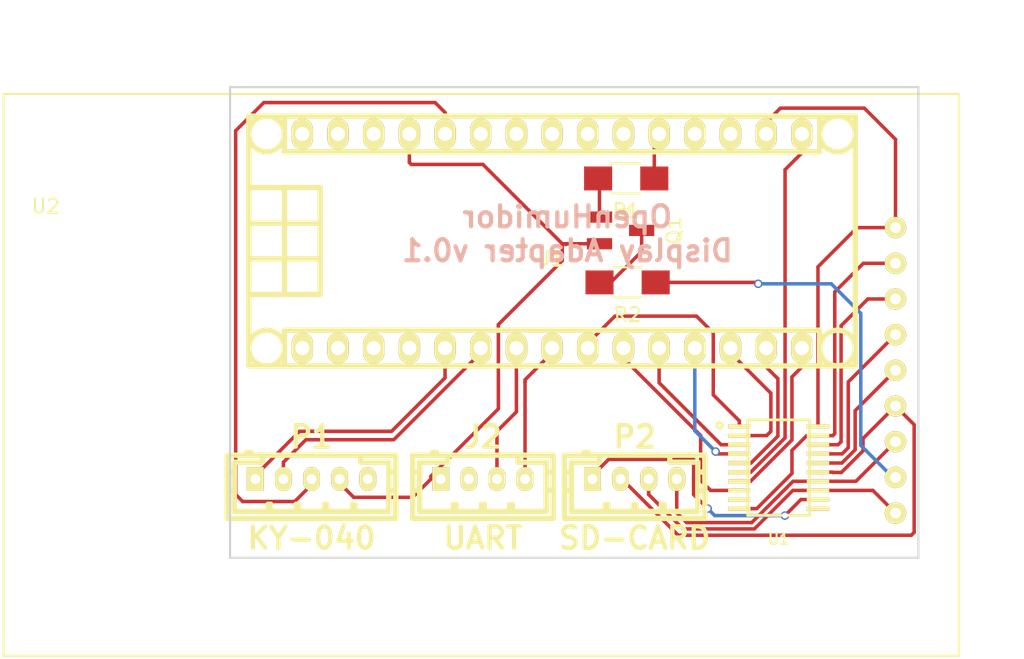
<source format=kicad_pcb>
(kicad_pcb (version 4) (host pcbnew 0.201603171416+6624~43~ubuntu14.04.1-product)

  (general
    (links 38)
    (no_connects 5)
    (area 114.4215 60.344999 183.146501 101.3515)
    (thickness 1.6)
    (drawings 8)
    (tracks 184)
    (zones 0)
    (modules 9)
    (nets 42)
  )

  (page A4)
  (layers
    (0 F.Cu signal)
    (31 B.Cu signal)
    (32 B.Adhes user)
    (33 F.Adhes user)
    (34 B.Paste user)
    (35 F.Paste user)
    (36 B.SilkS user)
    (37 F.SilkS user)
    (38 B.Mask user)
    (39 F.Mask user)
    (40 Dwgs.User user)
    (41 Cmts.User user)
    (42 Eco1.User user)
    (43 Eco2.User user)
    (44 Edge.Cuts user)
    (45 Margin user)
    (46 B.CrtYd user)
    (47 F.CrtYd user)
    (48 B.Fab user)
    (49 F.Fab user)
  )

  (setup
    (last_trace_width 0.25)
    (trace_clearance 0.2)
    (zone_clearance 0.508)
    (zone_45_only yes)
    (trace_min 0.2)
    (segment_width 0.2)
    (edge_width 0.15)
    (via_size 0.6)
    (via_drill 0.4)
    (via_min_size 0.4)
    (via_min_drill 0.3)
    (uvia_size 0.3)
    (uvia_drill 0.1)
    (uvias_allowed no)
    (uvia_min_size 0.2)
    (uvia_min_drill 0.1)
    (pcb_text_width 0.3)
    (pcb_text_size 1.5 1.5)
    (mod_edge_width 0.15)
    (mod_text_size 1 1)
    (mod_text_width 0.15)
    (pad_size 1.524 1.524)
    (pad_drill 0.762)
    (pad_to_mask_clearance 0.2)
    (aux_axis_origin 0 0)
    (grid_origin 115 100.92)
    (visible_elements FFFFFF7F)
    (pcbplotparams
      (layerselection 0x010f0_ffffffff)
      (usegerberextensions true)
      (excludeedgelayer true)
      (linewidth 0.100000)
      (plotframeref false)
      (viasonmask false)
      (mode 1)
      (useauxorigin false)
      (hpglpennumber 1)
      (hpglpenspeed 20)
      (hpglpendiameter 15)
      (psnegative false)
      (psa4output false)
      (plotreference true)
      (plotvalue true)
      (plotinvisibletext false)
      (padsonsilk false)
      (subtractmaskfromsilk false)
      (outputformat 1)
      (mirror false)
      (drillshape 0)
      (scaleselection 1)
      (outputdirectory gerber/))
  )

  (net 0 "")
  (net 1 "Net-(J1-Pad1)")
  (net 2 "Net-(J1-Pad2)")
  (net 3 "Net-(J1-Pad3)")
  (net 4 GND)
  (net 5 CLK)
  (net 6 DT)
  (net 7 UART_TX)
  (net 8 UART_RX)
  (net 9 T/R)
  (net 10 RESET_5)
  (net 11 DC_5)
  (net 12 MOSI_5)
  (net 13 MISO_5)
  (net 14 SCK_5)
  (net 15 +3V3)
  (net 16 "Net-(J1-Pad18)")
  (net 17 BUTTON)
  (net 18 "Net-(J1-Pad21)")
  (net 19 "Net-(J1-Pad22)")
  (net 20 "Net-(J1-Pad23)")
  (net 21 "Net-(J1-Pad24)")
  (net 22 "Net-(J1-Pad25)")
  (net 23 VCC)
  (net 24 "Net-(J1-Pad28)")
  (net 25 "Net-(J1-Pad30)")
  (net 26 MISO)
  (net 27 MOSI)
  (net 28 SCK)
  (net 29 DC)
  (net 30 RESET)
  (net 31 "Net-(U1-Pad9)")
  (net 32 "Net-(U1-Pad11)")
  (net 33 LED)
  (net 34 CS_SD_5)
  (net 35 CS_DIS_5)
  (net 36 LED_SW)
  (net 37 CS_SD)
  (net 38 "Net-(Q1-Pad2)")
  (net 39 "Net-(Q1-Pad3)")
  (net 40 CS_DIS)
  (net 41 "Net-(J1-Pad19)")

  (net_class Default "This is the default net class."
    (clearance 0.2)
    (trace_width 0.25)
    (via_dia 0.6)
    (via_drill 0.4)
    (uvia_dia 0.3)
    (uvia_drill 0.1)
    (add_net +3V3)
    (add_net BUTTON)
    (add_net CLK)
    (add_net CS_DIS)
    (add_net CS_DIS_5)
    (add_net CS_SD)
    (add_net CS_SD_5)
    (add_net DC)
    (add_net DC_5)
    (add_net DT)
    (add_net GND)
    (add_net LED)
    (add_net LED_SW)
    (add_net MISO)
    (add_net MISO_5)
    (add_net MOSI)
    (add_net MOSI_5)
    (add_net "Net-(J1-Pad1)")
    (add_net "Net-(J1-Pad18)")
    (add_net "Net-(J1-Pad19)")
    (add_net "Net-(J1-Pad2)")
    (add_net "Net-(J1-Pad21)")
    (add_net "Net-(J1-Pad22)")
    (add_net "Net-(J1-Pad23)")
    (add_net "Net-(J1-Pad24)")
    (add_net "Net-(J1-Pad25)")
    (add_net "Net-(J1-Pad28)")
    (add_net "Net-(J1-Pad3)")
    (add_net "Net-(J1-Pad30)")
    (add_net "Net-(Q1-Pad2)")
    (add_net "Net-(Q1-Pad3)")
    (add_net "Net-(U1-Pad11)")
    (add_net "Net-(U1-Pad9)")
    (add_net RESET)
    (add_net RESET_5)
    (add_net SCK)
    (add_net SCK_5)
    (add_net T/R)
    (add_net UART_RX)
    (add_net UART_TX)
    (add_net VCC)
  )

  (module w_conn_jst-ph:b4b-ph-kl (layer F.Cu) (tedit 50957E19) (tstamp 56D540F2)
    (at 159.8 88.32)
    (descr "JST PH series connector, B4B-PH-KL")
    (path /56CFFF64)
    (fp_text reference P2 (at 0 -2.99974) (layer F.SilkS)
      (effects (font (thickness 0.3048)))
    )
    (fp_text value SD-CARD (at 0 4.20116) (layer F.SilkS)
      (effects (font (thickness 0.3048)))
    )
    (fp_line (start 0.09906 1.80086) (end 0.09906 2.30124) (layer F.SilkS) (width 0.381))
    (fp_line (start -0.09906 1.80086) (end 0.09906 1.80086) (layer F.SilkS) (width 0.381))
    (fp_line (start -0.09906 2.30124) (end -0.09906 1.80086) (layer F.SilkS) (width 0.381))
    (fp_line (start -5.00126 2.79908) (end 5.00126 2.79908) (layer F.SilkS) (width 0.381))
    (fp_line (start 4.50088 2.30124) (end -4.50088 2.30124) (layer F.SilkS) (width 0.381))
    (fp_line (start -5.00126 -1.69926) (end 5.00126 -1.69926) (layer F.SilkS) (width 0.381))
    (fp_line (start -1.90246 1.80086) (end -1.90246 2.30124) (layer F.SilkS) (width 0.381))
    (fp_line (start -2.10058 1.80086) (end -1.90246 1.80086) (layer F.SilkS) (width 0.381))
    (fp_line (start -2.10058 2.30124) (end -2.10058 1.80086) (layer F.SilkS) (width 0.381))
    (fp_line (start 1.89992 2.30124) (end 1.89992 1.80086) (layer F.SilkS) (width 0.381))
    (fp_line (start 1.89992 1.80086) (end 2.09804 1.80086) (layer F.SilkS) (width 0.381))
    (fp_line (start 2.09804 1.80086) (end 2.09804 2.30124) (layer F.SilkS) (width 0.381))
    (fp_line (start 5.00126 -0.50038) (end 4.50088 -0.50038) (layer F.SilkS) (width 0.381))
    (fp_line (start 4.50088 0.8001) (end 5.00126 0.8001) (layer F.SilkS) (width 0.381))
    (fp_line (start -4.50088 0.8001) (end -5.00126 0.8001) (layer F.SilkS) (width 0.381))
    (fp_line (start -4.50088 -0.50038) (end -5.00126 -0.50038) (layer F.SilkS) (width 0.381))
    (fp_line (start -2.5019 -1.69926) (end -2.5019 -1.19888) (layer F.SilkS) (width 0.381))
    (fp_line (start -2.5019 -1.19888) (end -4.50088 -1.19888) (layer F.SilkS) (width 0.381))
    (fp_line (start -4.50088 -1.19888) (end -4.50088 2.30124) (layer F.SilkS) (width 0.381))
    (fp_line (start 4.50088 2.30124) (end 4.50088 -1.19888) (layer F.SilkS) (width 0.381))
    (fp_line (start 4.50088 -1.19888) (end 2.5019 -1.19888) (layer F.SilkS) (width 0.381))
    (fp_line (start 2.5019 -1.19888) (end 2.5019 -1.69926) (layer F.SilkS) (width 0.381))
    (fp_line (start -5.00126 -1.69926) (end -5.00126 2.79908) (layer F.SilkS) (width 0.381))
    (fp_line (start 5.00126 -1.69926) (end 5.00126 2.79908) (layer F.SilkS) (width 0.381))
    (fp_line (start -3.302 -1.69926) (end -3.302 -1.89992) (layer F.SilkS) (width 0.381))
    (fp_line (start -3.302 -1.89992) (end -3.60172 -1.89992) (layer F.SilkS) (width 0.381))
    (fp_line (start -3.60172 -1.89992) (end -3.60172 -1.69926) (layer F.SilkS) (width 0.381))
    (pad 1 thru_hole rect (at -3.00228 0) (size 1.19888 1.69926) (drill 0.70104) (layers *.Cu *.Mask F.SilkS)
      (net 37 CS_SD))
    (pad 3 thru_hole oval (at 1.00076 0) (size 1.19888 1.69926) (drill 0.70104) (layers *.Cu *.Mask F.SilkS)
      (net 26 MISO))
    (pad 2 thru_hole oval (at -1.00076 0) (size 1.19888 1.69926) (drill 0.70104) (layers *.Cu *.Mask F.SilkS)
      (net 27 MOSI))
    (pad 4 thru_hole oval (at 2.99974 0) (size 1.19888 1.69926) (drill 0.70104) (layers *.Cu *.Mask F.SilkS)
      (net 28 SCK))
    (model walter/conn_jst-ph/b4b-ph-kl.wrl
      (at (xyz 0 0 0))
      (scale (xyz 1 1 1))
      (rotate (xyz 0 0 0))
    )
  )

  (module ownprints:2_2inch_display locked (layer F.Cu) (tedit 56CA02D4) (tstamp 56CA0792)
    (at 114.8715 100.9015)
    (path /56C7711B)
    (fp_text reference U2 (at 3 -32) (layer F.SilkS)
      (effects (font (size 1 1) (thickness 0.15)))
    )
    (fp_text value 2.2_Inch_Display (at 7 -35) (layer F.Fab)
      (effects (font (size 1 1) (thickness 0.15)))
    )
    (fp_line (start 0 0) (end 68 0) (layer F.SilkS) (width 0.15))
    (fp_line (start 68 0) (end 68 -40) (layer F.SilkS) (width 0.15))
    (fp_line (start 68 -40) (end 0 -40) (layer F.SilkS) (width 0.15))
    (fp_line (start 0 -40) (end 0 0) (layer F.SilkS) (width 0.15))
    (pad 1 thru_hole circle (at 63.5 -30.48) (size 1.524 1.524) (drill 0.762) (layers *.Cu *.Mask F.SilkS)
      (net 15 +3V3))
    (pad 2 thru_hole circle (at 63.5 -27.94) (size 1.524 1.524) (drill 0.762) (layers *.Cu *.Mask F.SilkS)
      (net 4 GND))
    (pad 3 thru_hole circle (at 63.5 -25.4) (size 1.524 1.524) (drill 0.762) (layers *.Cu *.Mask F.SilkS)
      (net 40 CS_DIS))
    (pad 4 thru_hole circle (at 63.5 -22.86) (size 1.524 1.524) (drill 0.762) (layers *.Cu *.Mask F.SilkS)
      (net 30 RESET))
    (pad 5 thru_hole circle (at 63.5 -20.32) (size 1.524 1.524) (drill 0.762) (layers *.Cu *.Mask F.SilkS)
      (net 29 DC))
    (pad 6 thru_hole circle (at 63.5 -17.78) (size 1.524 1.524) (drill 0.762) (layers *.Cu *.Mask F.SilkS)
      (net 27 MOSI))
    (pad 7 thru_hole circle (at 63.5 -15.24) (size 1.524 1.524) (drill 0.762) (layers *.Cu *.Mask F.SilkS)
      (net 28 SCK))
    (pad 8 thru_hole circle (at 63.5 -12.7) (size 1.524 1.524) (drill 0.762) (layers *.Cu *.Mask F.SilkS)
      (net 33 LED))
    (pad 9 thru_hole circle (at 63.5 -10.16) (size 1.524 1.524) (drill 0.762) (layers *.Cu *.Mask F.SilkS)
      (net 26 MISO))
  )

  (module w_conn_jst-ph:b5b-ph-kl (layer F.Cu) (tedit 50957E70) (tstamp 56CA076D)
    (at 136.8 88.32)
    (descr "JST PH series connector, B5B-PH-KL")
    (path /56C77F1B)
    (fp_text reference P1 (at 0 -2.99974) (layer F.SilkS)
      (effects (font (thickness 0.3048)))
    )
    (fp_text value KY-040 (at 0 4.20116) (layer F.SilkS)
      (effects (font (thickness 0.3048)))
    )
    (fp_line (start 5.99948 -1.69926) (end -5.99948 -1.69926) (layer F.SilkS) (width 0.381))
    (fp_line (start -5.4991 2.30124) (end 5.4991 2.30124) (layer F.SilkS) (width 0.381))
    (fp_line (start 5.99948 2.79908) (end -5.99948 2.79908) (layer F.SilkS) (width 0.381))
    (fp_line (start 3.09626 1.80086) (end 3.09626 2.30124) (layer F.SilkS) (width 0.381))
    (fp_line (start 2.89814 1.80086) (end 3.09626 1.80086) (layer F.SilkS) (width 0.381))
    (fp_line (start 2.89814 2.30124) (end 2.89814 1.80086) (layer F.SilkS) (width 0.381))
    (fp_line (start -0.9017 1.80086) (end -0.9017 2.30124) (layer F.SilkS) (width 0.381))
    (fp_line (start -1.09982 1.80086) (end -0.9017 1.80086) (layer F.SilkS) (width 0.381))
    (fp_line (start -1.09982 2.30124) (end -1.09982 1.80086) (layer F.SilkS) (width 0.381))
    (fp_line (start -2.90322 1.80086) (end -2.90322 2.30124) (layer F.SilkS) (width 0.381))
    (fp_line (start -3.10134 1.80086) (end -2.90322 1.80086) (layer F.SilkS) (width 0.381))
    (fp_line (start -3.10134 2.30124) (end -3.10134 1.80086) (layer F.SilkS) (width 0.381))
    (fp_line (start 0.89916 2.30124) (end 0.89916 1.80086) (layer F.SilkS) (width 0.381))
    (fp_line (start 0.89916 1.80086) (end 1.09728 1.80086) (layer F.SilkS) (width 0.381))
    (fp_line (start 1.09728 1.80086) (end 1.09728 2.30124) (layer F.SilkS) (width 0.381))
    (fp_line (start 5.99948 -0.50038) (end 5.4991 -0.50038) (layer F.SilkS) (width 0.381))
    (fp_line (start 5.4991 0.8001) (end 5.99948 0.8001) (layer F.SilkS) (width 0.381))
    (fp_line (start -5.50164 0.8001) (end -6.00202 0.8001) (layer F.SilkS) (width 0.381))
    (fp_line (start -5.50164 -0.50038) (end -6.00202 -0.50038) (layer F.SilkS) (width 0.381))
    (fp_line (start -3.50266 -1.69926) (end -3.50266 -1.19888) (layer F.SilkS) (width 0.381))
    (fp_line (start -3.50266 -1.19888) (end -5.50164 -1.19888) (layer F.SilkS) (width 0.381))
    (fp_line (start -5.50164 -1.19888) (end -5.50164 2.30124) (layer F.SilkS) (width 0.381))
    (fp_line (start 5.4991 2.30124) (end 5.4991 -1.19888) (layer F.SilkS) (width 0.381))
    (fp_line (start 5.4991 -1.19888) (end 3.50012 -1.19888) (layer F.SilkS) (width 0.381))
    (fp_line (start 3.50012 -1.19888) (end 3.50012 -1.69926) (layer F.SilkS) (width 0.381))
    (fp_line (start -6.00202 -1.69926) (end -6.00202 2.79908) (layer F.SilkS) (width 0.381))
    (fp_line (start 5.99948 -1.69926) (end 5.99948 2.79908) (layer F.SilkS) (width 0.381))
    (fp_line (start -4.30276 -1.69926) (end -4.30276 -1.89992) (layer F.SilkS) (width 0.381))
    (fp_line (start -4.30276 -1.89992) (end -4.60248 -1.89992) (layer F.SilkS) (width 0.381))
    (fp_line (start -4.60248 -1.89992) (end -4.60248 -1.69926) (layer F.SilkS) (width 0.381))
    (pad 1 thru_hole rect (at -4.00304 0) (size 1.19888 1.69926) (drill 0.70104) (layers *.Cu *.Mask F.SilkS)
      (net 5 CLK))
    (pad 3 thru_hole oval (at 0 0) (size 1.19888 1.69926) (drill 0.70104) (layers *.Cu *.Mask F.SilkS)
      (net 17 BUTTON))
    (pad 2 thru_hole oval (at -2.00152 0) (size 1.19888 1.69926) (drill 0.70104) (layers *.Cu *.Mask F.SilkS)
      (net 6 DT))
    (pad 4 thru_hole oval (at 1.99898 0) (size 1.19888 1.69926) (drill 0.70104) (layers *.Cu *.Mask F.SilkS)
      (net 23 VCC))
    (pad 5 thru_hole oval (at 4.0005 0) (size 1.19888 1.69926) (drill 0.70104) (layers *.Cu *.Mask F.SilkS)
      (net 4 GND))
    (model walter/conn_jst-ph/b5b-ph-kl.wrl
      (at (xyz 0 0 0))
      (scale (xyz 1 1 1))
      (rotate (xyz 0 0 0))
    )
  )

  (module w_conn_misc:arduino_nano_header (layer F.Cu) (tedit 50D22E09) (tstamp 56CA075C)
    (at 153.924 71.374)
    (descr "Arduino Nano Header")
    (tags Arduino)
    (path /56C76C28)
    (fp_text reference J1 (at 0 1.27) (layer F.SilkS)
      (effects (font (size 1.016 1.016) (thickness 0.2032)))
    )
    (fp_text value Arduino_Nano_Header (at 0 -1.27) (layer F.SilkS) hide
      (effects (font (size 1.016 0.889) (thickness 0.2032)))
    )
    (fp_line (start -16.51 -1.27) (end -21.59 -1.27) (layer F.SilkS) (width 0.381))
    (fp_line (start -16.51 1.27) (end -21.59 1.27) (layer F.SilkS) (width 0.381))
    (fp_line (start -19.05 -3.81) (end -19.05 3.81) (layer F.SilkS) (width 0.381))
    (fp_line (start -21.59 -3.81) (end -16.51 -3.81) (layer F.SilkS) (width 0.381))
    (fp_line (start -16.51 -3.81) (end -16.51 3.81) (layer F.SilkS) (width 0.381))
    (fp_line (start -16.51 3.81) (end -21.59 3.81) (layer F.SilkS) (width 0.381))
    (fp_line (start 21.59 -8.89) (end -21.59 -8.89) (layer F.SilkS) (width 0.381))
    (fp_line (start -21.59 8.89) (end 21.59 8.89) (layer F.SilkS) (width 0.381))
    (fp_line (start -21.59 8.89) (end -21.59 -8.89) (layer F.SilkS) (width 0.381))
    (fp_line (start 21.59 8.89) (end 21.59 -8.89) (layer F.SilkS) (width 0.381))
    (fp_circle (center -20.32 -7.62) (end -21.59 -7.62) (layer F.SilkS) (width 0.381))
    (fp_circle (center -20.32 7.62) (end -21.59 7.62) (layer F.SilkS) (width 0.381))
    (fp_circle (center 20.32 -7.62) (end 21.59 -7.62) (layer F.SilkS) (width 0.381))
    (fp_circle (center 20.32 7.62) (end 21.59 7.62) (layer F.SilkS) (width 0.381))
    (fp_line (start 19.05 -6.35) (end -19.05 -6.35) (layer F.SilkS) (width 0.381))
    (fp_line (start -19.05 6.35) (end 19.05 6.35) (layer F.SilkS) (width 0.381))
    (fp_line (start 19.05 8.89) (end 19.05 6.35) (layer F.SilkS) (width 0.381))
    (fp_line (start 19.05 -6.35) (end 19.05 -8.89) (layer F.SilkS) (width 0.381))
    (fp_line (start -19.05 -8.89) (end -19.05 -6.35) (layer F.SilkS) (width 0.381))
    (fp_line (start -19.05 8.89) (end -19.05 6.35) (layer F.SilkS) (width 0.381))
    (pad 1 thru_hole oval (at -17.78 7.62) (size 1.524 2.19964) (drill 1.00076) (layers *.Cu *.Mask F.SilkS)
      (net 1 "Net-(J1-Pad1)"))
    (pad 2 thru_hole oval (at -15.24 7.62) (size 1.524 2.19964) (drill 1.00076) (layers *.Cu *.Mask F.SilkS)
      (net 2 "Net-(J1-Pad2)"))
    (pad 3 thru_hole oval (at -12.7 7.62) (size 1.524 2.19964) (drill 1.00076) (layers *.Cu *.Mask F.SilkS)
      (net 3 "Net-(J1-Pad3)"))
    (pad 4 thru_hole oval (at -10.16 7.62) (size 1.524 2.19964) (drill 1.00076) (layers *.Cu *.Mask F.SilkS)
      (net 4 GND))
    (pad 5 thru_hole oval (at -7.62 7.62) (size 1.524 2.19964) (drill 1.00076) (layers *.Cu *.Mask F.SilkS)
      (net 5 CLK))
    (pad 6 thru_hole oval (at -5.08 7.62) (size 1.524 2.19964) (drill 1.00076) (layers *.Cu *.Mask F.SilkS)
      (net 6 DT))
    (pad 7 thru_hole oval (at -2.54 7.62) (size 1.524 2.19964) (drill 1.00076) (layers *.Cu *.Mask F.SilkS)
      (net 8 UART_RX))
    (pad 8 thru_hole oval (at 0 7.62) (size 1.524 2.19964) (drill 1.00076) (layers *.Cu *.Mask F.SilkS)
      (net 7 UART_TX))
    (pad 9 thru_hole oval (at 2.54 7.62) (size 1.524 2.19964) (drill 1.00076) (layers *.Cu *.Mask F.SilkS)
      (net 9 T/R))
    (pad 10 thru_hole oval (at 5.08 7.62) (size 1.524 2.19964) (drill 1.00076) (layers *.Cu *.Mask F.SilkS)
      (net 34 CS_SD_5))
    (pad 11 thru_hole oval (at 7.62 7.62) (size 1.524 2.19964) (drill 1.00076) (layers *.Cu *.Mask F.SilkS)
      (net 10 RESET_5))
    (pad 12 thru_hole oval (at 10.16 7.62) (size 1.524 2.19964) (drill 1.00076) (layers *.Cu *.Mask F.SilkS)
      (net 11 DC_5))
    (pad 13 thru_hole oval (at 12.7 7.62) (size 1.524 2.19964) (drill 1.00076) (layers *.Cu *.Mask F.SilkS)
      (net 35 CS_DIS_5))
    (pad 14 thru_hole oval (at 15.24 7.62) (size 1.524 2.19964) (drill 1.00076) (layers *.Cu *.Mask F.SilkS)
      (net 12 MOSI_5))
    (pad 15 thru_hole oval (at 17.78 7.62) (size 1.524 2.19964) (drill 1.00076) (layers *.Cu *.Mask F.SilkS)
      (net 13 MISO_5))
    (pad 16 thru_hole oval (at 17.78 -7.62) (size 1.524 2.19964) (drill 1.00076) (layers *.Cu *.Mask F.SilkS)
      (net 14 SCK_5))
    (pad 17 thru_hole oval (at 15.24 -7.62) (size 1.524 2.19964) (drill 1.00076) (layers *.Cu *.Mask F.SilkS)
      (net 15 +3V3))
    (pad 18 thru_hole oval (at 12.7 -7.62) (size 1.524 2.19964) (drill 1.00076) (layers *.Cu *.Mask F.SilkS)
      (net 16 "Net-(J1-Pad18)"))
    (pad 19 thru_hole oval (at 10.16 -7.62) (size 1.524 2.19964) (drill 1.00076) (layers *.Cu *.Mask F.SilkS)
      (net 41 "Net-(J1-Pad19)"))
    (pad 20 thru_hole oval (at 7.62 -7.62) (size 1.524 2.1971) (drill 1.00076) (layers *.Cu *.Mask F.SilkS)
      (net 36 LED_SW))
    (pad 21 thru_hole oval (at 5.08 -7.62) (size 1.524 2.1971) (drill 1.00076) (layers *.Cu *.Mask F.SilkS)
      (net 18 "Net-(J1-Pad21)"))
    (pad 22 thru_hole oval (at 2.54 -7.62) (size 1.524 2.1971) (drill 1.00076) (layers *.Cu *.Mask F.SilkS)
      (net 19 "Net-(J1-Pad22)"))
    (pad 23 thru_hole oval (at 0 -7.62) (size 1.524 2.1971) (drill 1.00076) (layers *.Cu *.Mask F.SilkS)
      (net 20 "Net-(J1-Pad23)"))
    (pad 24 thru_hole oval (at -2.54 -7.62) (size 1.524 2.1971) (drill 0.99822) (layers *.Cu *.Mask F.SilkS)
      (net 21 "Net-(J1-Pad24)"))
    (pad 25 thru_hole oval (at -5.08 -7.62) (size 1.524 2.1971) (drill 0.99822) (layers *.Cu *.Mask F.SilkS)
      (net 22 "Net-(J1-Pad25)"))
    (pad 26 thru_hole oval (at -7.62 -7.62) (size 1.524 2.1971) (drill 0.99822) (layers *.Cu *.Mask F.SilkS)
      (net 17 BUTTON))
    (pad 27 thru_hole oval (at -10.16 -7.62) (size 1.524 2.1971) (drill 0.99822) (layers *.Cu *.Mask F.SilkS)
      (net 23 VCC))
    (pad 28 thru_hole oval (at -12.7 -7.62) (size 1.524 2.1971) (drill 0.99822) (layers *.Cu *.Mask F.SilkS)
      (net 24 "Net-(J1-Pad28)"))
    (pad 29 thru_hole oval (at -15.24 -7.62) (size 1.524 2.1971) (drill 0.99822) (layers *.Cu *.Mask F.SilkS)
      (net 4 GND))
    (pad 30 thru_hole oval (at -17.78 -7.62) (size 1.524 2.1971) (drill 0.99822) (layers *.Cu *.Mask F.SilkS)
      (net 25 "Net-(J1-Pad30)"))
    (model walter/conn_misc/arduino_nano_header.wrl
      (at (xyz 0 0 0))
      (scale (xyz 1 1 1))
      (rotate (xyz 0 0 0))
    )
  )

  (module w_conn_jst-ph:b4b-ph-kl (layer F.Cu) (tedit 50957E19) (tstamp 56CA0764)
    (at 148.99924 88.32)
    (descr "JST PH series connector, B4B-PH-KL")
    (path /56C76CB0)
    (fp_text reference J2 (at 0 -2.99974) (layer F.SilkS)
      (effects (font (thickness 0.3048)))
    )
    (fp_text value UART (at 0 4.20116) (layer F.SilkS)
      (effects (font (thickness 0.3048)))
    )
    (fp_line (start 0.09906 1.80086) (end 0.09906 2.30124) (layer F.SilkS) (width 0.381))
    (fp_line (start -0.09906 1.80086) (end 0.09906 1.80086) (layer F.SilkS) (width 0.381))
    (fp_line (start -0.09906 2.30124) (end -0.09906 1.80086) (layer F.SilkS) (width 0.381))
    (fp_line (start -5.00126 2.79908) (end 5.00126 2.79908) (layer F.SilkS) (width 0.381))
    (fp_line (start 4.50088 2.30124) (end -4.50088 2.30124) (layer F.SilkS) (width 0.381))
    (fp_line (start -5.00126 -1.69926) (end 5.00126 -1.69926) (layer F.SilkS) (width 0.381))
    (fp_line (start -1.90246 1.80086) (end -1.90246 2.30124) (layer F.SilkS) (width 0.381))
    (fp_line (start -2.10058 1.80086) (end -1.90246 1.80086) (layer F.SilkS) (width 0.381))
    (fp_line (start -2.10058 2.30124) (end -2.10058 1.80086) (layer F.SilkS) (width 0.381))
    (fp_line (start 1.89992 2.30124) (end 1.89992 1.80086) (layer F.SilkS) (width 0.381))
    (fp_line (start 1.89992 1.80086) (end 2.09804 1.80086) (layer F.SilkS) (width 0.381))
    (fp_line (start 2.09804 1.80086) (end 2.09804 2.30124) (layer F.SilkS) (width 0.381))
    (fp_line (start 5.00126 -0.50038) (end 4.50088 -0.50038) (layer F.SilkS) (width 0.381))
    (fp_line (start 4.50088 0.8001) (end 5.00126 0.8001) (layer F.SilkS) (width 0.381))
    (fp_line (start -4.50088 0.8001) (end -5.00126 0.8001) (layer F.SilkS) (width 0.381))
    (fp_line (start -4.50088 -0.50038) (end -5.00126 -0.50038) (layer F.SilkS) (width 0.381))
    (fp_line (start -2.5019 -1.69926) (end -2.5019 -1.19888) (layer F.SilkS) (width 0.381))
    (fp_line (start -2.5019 -1.19888) (end -4.50088 -1.19888) (layer F.SilkS) (width 0.381))
    (fp_line (start -4.50088 -1.19888) (end -4.50088 2.30124) (layer F.SilkS) (width 0.381))
    (fp_line (start 4.50088 2.30124) (end 4.50088 -1.19888) (layer F.SilkS) (width 0.381))
    (fp_line (start 4.50088 -1.19888) (end 2.5019 -1.19888) (layer F.SilkS) (width 0.381))
    (fp_line (start 2.5019 -1.19888) (end 2.5019 -1.69926) (layer F.SilkS) (width 0.381))
    (fp_line (start -5.00126 -1.69926) (end -5.00126 2.79908) (layer F.SilkS) (width 0.381))
    (fp_line (start 5.00126 -1.69926) (end 5.00126 2.79908) (layer F.SilkS) (width 0.381))
    (fp_line (start -3.302 -1.69926) (end -3.302 -1.89992) (layer F.SilkS) (width 0.381))
    (fp_line (start -3.302 -1.89992) (end -3.60172 -1.89992) (layer F.SilkS) (width 0.381))
    (fp_line (start -3.60172 -1.89992) (end -3.60172 -1.69926) (layer F.SilkS) (width 0.381))
    (pad 1 thru_hole rect (at -3.00228 0) (size 1.19888 1.69926) (drill 0.70104) (layers *.Cu *.Mask F.SilkS)
      (net 23 VCC))
    (pad 3 thru_hole oval (at 1.00076 0) (size 1.19888 1.69926) (drill 0.70104) (layers *.Cu *.Mask F.SilkS)
      (net 8 UART_RX))
    (pad 2 thru_hole oval (at -1.00076 0) (size 1.19888 1.69926) (drill 0.70104) (layers *.Cu *.Mask F.SilkS)
      (net 4 GND))
    (pad 4 thru_hole oval (at 2.99974 0) (size 1.19888 1.69926) (drill 0.70104) (layers *.Cu *.Mask F.SilkS)
      (net 7 UART_TX))
    (model walter/conn_jst-ph/b4b-ph-kl.wrl
      (at (xyz 0 0 0))
      (scale (xyz 1 1 1))
      (rotate (xyz 0 0 0))
    )
  )

  (module ownprints:TSSOP20 (layer F.Cu) (tedit 0) (tstamp 56CA0785)
    (at 170.053 87.503)
    (path /56C76BB7)
    (solder_mask_margin 0.0762)
    (solder_paste_margin -0.0254)
    (attr smd)
    (fp_text reference U1 (at 0 5.08) (layer F.SilkS)
      (effects (font (size 0.762 0.762) (thickness 0.1524)))
    )
    (fp_text value 74LVX245 (at 0 0) (layer F.SilkS) hide
      (effects (font (size 0.762 0.762) (thickness 0.1524)))
    )
    (fp_circle (center -4.2 -3) (end -4 -3) (layer F.SilkS) (width 0.2032))
    (fp_line (start -2.2 -3.4) (end -2.2 3.4) (layer F.SilkS) (width 0.2032))
    (fp_line (start -2.2 3.4) (end 2.2 3.4) (layer F.SilkS) (width 0.2032))
    (fp_line (start 2.2 3.4) (end 2.2 -3.4) (layer F.SilkS) (width 0.2032))
    (fp_line (start 2.2 -3.4) (end -2.2 -3.4) (layer F.SilkS) (width 0.2032))
    (pad 19 smd rect (at 2.8 -2.275) (size 1.6 0.3) (layers F.Cu F.Paste F.SilkS F.Mask)
      (net 4 GND))
    (pad 20 smd rect (at 2.8 -2.925) (size 1.6 0.3) (layers F.Cu F.Paste F.SilkS F.Mask)
      (net 15 +3V3))
    (pad 18 smd rect (at 2.8 -1.625) (size 1.6 0.3) (layers F.Cu F.Paste F.SilkS F.Mask)
      (net 40 CS_DIS))
    (pad 17 smd rect (at 2.8 -0.975) (size 1.6 0.3) (layers F.Cu F.Paste F.SilkS F.Mask)
      (net 30 RESET))
    (pad 16 smd rect (at 2.8 -0.325) (size 1.6 0.3) (layers F.Cu F.Paste F.SilkS F.Mask)
      (net 29 DC))
    (pad 15 smd rect (at 2.8 0.325) (size 1.6 0.3) (layers F.Cu F.Paste F.SilkS F.Mask)
      (net 27 MOSI))
    (pad 14 smd rect (at 2.8 0.975) (size 1.6 0.3) (layers F.Cu F.Paste F.SilkS F.Mask)
      (net 28 SCK))
    (pad 13 smd rect (at 2.8 1.625) (size 1.6 0.3) (layers F.Cu F.Paste F.SilkS F.Mask)
      (net 26 MISO))
    (pad 10 smd rect (at -2.8 2.925) (size 1.6 0.3) (layers F.Cu F.Paste F.SilkS F.Mask)
      (net 4 GND))
    (pad 9 smd rect (at -2.8 2.275) (size 1.6 0.3) (layers F.Cu F.Paste F.SilkS F.Mask)
      (net 31 "Net-(U1-Pad9)"))
    (pad 8 smd rect (at -2.8 1.625) (size 1.6 0.3) (layers F.Cu F.Paste F.SilkS F.Mask)
      (net 34 CS_SD_5))
    (pad 7 smd rect (at -2.8 0.975) (size 1.6 0.3) (layers F.Cu F.Paste F.SilkS F.Mask)
      (net 13 MISO_5))
    (pad 1 smd rect (at -2.8 -2.925) (size 1.6 0.3) (layers F.Cu F.Paste F.SilkS F.Mask)
      (net 9 T/R))
    (pad 2 smd rect (at -2.8 -2.275) (size 1.6 0.3) (layers F.Cu F.Paste F.SilkS F.Mask)
      (net 35 CS_DIS_5))
    (pad 3 smd rect (at -2.8 -1.625) (size 1.6 0.3) (layers F.Cu F.Paste F.SilkS F.Mask)
      (net 10 RESET_5))
    (pad 4 smd rect (at -2.8 -0.975) (size 1.6 0.3) (layers F.Cu F.Paste F.SilkS F.Mask)
      (net 11 DC_5))
    (pad 5 smd rect (at -2.8 -0.325) (size 1.6 0.3) (layers F.Cu F.Paste F.SilkS F.Mask)
      (net 12 MOSI_5))
    (pad 6 smd rect (at -2.8 0.325) (size 1.6 0.3) (layers F.Cu F.Paste F.SilkS F.Mask)
      (net 14 SCK_5))
    (pad 12 smd rect (at 2.8 2.275) (size 1.6 0.3) (layers F.Cu F.Paste F.SilkS F.Mask)
      (net 37 CS_SD))
    (pad 11 smd rect (at 2.8 2.925) (size 1.6 0.3) (layers F.Cu F.Paste F.SilkS F.Mask)
      (net 32 "Net-(U1-Pad11)"))
  )

  (module ownprints:R_1206_HandSoldering (layer F.Cu) (tedit 5418A20D) (tstamp 56CFFD7D)
    (at 159.2 66.92 180)
    (descr "Resistor SMD 1206, hand soldering")
    (tags "resistor 1206")
    (path /56D008DD)
    (attr smd)
    (fp_text reference R1 (at 0 -2.3 180) (layer F.SilkS)
      (effects (font (size 1 1) (thickness 0.15)))
    )
    (fp_text value 1k (at 0 2.3 180) (layer F.Fab)
      (effects (font (size 1 1) (thickness 0.15)))
    )
    (fp_line (start -3.3 -1.2) (end 3.3 -1.2) (layer F.CrtYd) (width 0.05))
    (fp_line (start -3.3 1.2) (end 3.3 1.2) (layer F.CrtYd) (width 0.05))
    (fp_line (start -3.3 -1.2) (end -3.3 1.2) (layer F.CrtYd) (width 0.05))
    (fp_line (start 3.3 -1.2) (end 3.3 1.2) (layer F.CrtYd) (width 0.05))
    (fp_line (start 1 1.075) (end -1 1.075) (layer F.SilkS) (width 0.15))
    (fp_line (start -1 -1.075) (end 1 -1.075) (layer F.SilkS) (width 0.15))
    (pad 1 smd rect (at -2 0 180) (size 2 1.7) (layers F.Cu F.Paste F.Mask)
      (net 36 LED_SW))
    (pad 2 smd rect (at 2 0 180) (size 2 1.7) (layers F.Cu F.Paste F.Mask)
      (net 38 "Net-(Q1-Pad2)"))
    (model Resistors_SMD.3dshapes/R_1206_HandSoldering.wrl
      (at (xyz 0 0 0))
      (scale (xyz 1 1 1))
      (rotate (xyz 0 0 0))
    )
  )

  (module ownprints:R_1206_HandSoldering (layer F.Cu) (tedit 5418A20D) (tstamp 56CFFD83)
    (at 159.3 74.32 180)
    (descr "Resistor SMD 1206, hand soldering")
    (tags "resistor 1206")
    (path /56D00BCD)
    (attr smd)
    (fp_text reference R2 (at 0 -2.3 180) (layer F.SilkS)
      (effects (font (size 1 1) (thickness 0.15)))
    )
    (fp_text value 20 (at 0 2.3 180) (layer F.Fab)
      (effects (font (size 1 1) (thickness 0.15)))
    )
    (fp_line (start -3.3 -1.2) (end 3.3 -1.2) (layer F.CrtYd) (width 0.05))
    (fp_line (start -3.3 1.2) (end 3.3 1.2) (layer F.CrtYd) (width 0.05))
    (fp_line (start -3.3 -1.2) (end -3.3 1.2) (layer F.CrtYd) (width 0.05))
    (fp_line (start 3.3 -1.2) (end 3.3 1.2) (layer F.CrtYd) (width 0.05))
    (fp_line (start 1 1.075) (end -1 1.075) (layer F.SilkS) (width 0.15))
    (fp_line (start -1 -1.075) (end 1 -1.075) (layer F.SilkS) (width 0.15))
    (pad 1 smd rect (at -2 0 180) (size 2 1.7) (layers F.Cu F.Paste F.Mask)
      (net 33 LED))
    (pad 2 smd rect (at 2 0 180) (size 2 1.7) (layers F.Cu F.Paste F.Mask)
      (net 39 "Net-(Q1-Pad3)"))
    (model Resistors_SMD.3dshapes/R_1206_HandSoldering.wrl
      (at (xyz 0 0 0))
      (scale (xyz 1 1 1))
      (rotate (xyz 0 0 0))
    )
  )

  (module ownprints:SOT-23_Handsoldering (layer F.Cu) (tedit 56D5409C) (tstamp 56D541A3)
    (at 158.8 70.62 270)
    (descr "SOT-23, Handsoldering")
    (tags SOT-23)
    (path /56CFFE10)
    (attr smd)
    (fp_text reference Q1 (at 0 -3.81 270) (layer F.SilkS)
      (effects (font (size 1 1) (thickness 0.15)))
    )
    (fp_text value Q_PMOS_DGS (at 0 3.81 270) (layer F.Fab)
      (effects (font (size 1 1) (thickness 0.15)))
    )
    (fp_line (start -1.49982 0.0508) (end -1.49982 -0.65024) (layer F.SilkS) (width 0.15))
    (fp_line (start -1.49982 -0.65024) (end -1.2509 -0.65024) (layer F.SilkS) (width 0.15))
    (fp_line (start 1.29916 -0.65024) (end 1.49982 -0.65024) (layer F.SilkS) (width 0.15))
    (fp_line (start 1.49982 -0.65024) (end 1.49982 0.0508) (layer F.SilkS) (width 0.15))
    (pad 2 smd rect (at -0.95 1.50114 270) (size 0.8001 1.80086) (layers F.Cu F.Paste F.Mask)
      (net 38 "Net-(Q1-Pad2)"))
    (pad 1 smd rect (at 0.95 1.50114 270) (size 0.8001 1.80086) (layers F.Cu F.Paste F.Mask)
      (net 23 VCC))
    (pad 3 smd rect (at 0 -1.50114 270) (size 0.8001 1.80086) (layers F.Cu F.Paste F.Mask)
      (net 39 "Net-(Q1-Pad3)"))
    (model Housings_SOT-23_SOT-143_TSOT-6.3dshapes/SOT-23_Handsoldering.wrl
      (at (xyz 0 0 0))
      (scale (xyz 1 1 1))
      (rotate (xyz 0 0 0))
    )
  )

  (dimension 33.5 (width 0.3) (layer Cmts.User)
    (gr_text "33,500 mm" (at 184.85 77.17 270) (layer Cmts.User)
      (effects (font (size 1.5 1.5) (thickness 0.3)))
    )
    (feature1 (pts (xy 180 93.92) (xy 186.2 93.92)))
    (feature2 (pts (xy 180 60.42) (xy 186.2 60.42)))
    (crossbar (pts (xy 183.5 60.42) (xy 183.5 93.92)))
    (arrow1a (pts (xy 183.5 93.92) (xy 182.913579 92.793496)))
    (arrow1b (pts (xy 183.5 93.92) (xy 184.086421 92.793496)))
    (arrow2a (pts (xy 183.5 60.42) (xy 182.913579 61.546504)))
    (arrow2b (pts (xy 183.5 60.42) (xy 184.086421 61.546504)))
  )
  (dimension 49 (width 0.3) (layer Cmts.User)
    (gr_text "49,000 mm" (at 155.5 56.07) (layer Cmts.User)
      (effects (font (size 1.5 1.5) (thickness 0.3)))
    )
    (feature1 (pts (xy 180 60.42) (xy 180 54.72)))
    (feature2 (pts (xy 131 60.42) (xy 131 54.72)))
    (crossbar (pts (xy 131 57.42) (xy 180 57.42)))
    (arrow1a (pts (xy 180 57.42) (xy 178.873496 58.006421)))
    (arrow1b (pts (xy 180 57.42) (xy 178.873496 56.833579)))
    (arrow2a (pts (xy 131 57.42) (xy 132.126504 58.006421)))
    (arrow2b (pts (xy 131 57.42) (xy 132.126504 56.833579)))
  )
  (gr_line (start 180 60.42) (end 180 63.42) (angle 90) (layer Edge.Cuts) (width 0.15))
  (gr_line (start 131 60.42) (end 180 60.42) (angle 90) (layer Edge.Cuts) (width 0.15))
  (gr_line (start 131 93.92) (end 131 60.42) (angle 90) (layer Edge.Cuts) (width 0.15))
  (gr_line (start 180 93.92) (end 131 93.92) (angle 90) (layer Edge.Cuts) (width 0.15))
  (gr_line (start 180 60.42) (end 180 93.92) (angle 90) (layer Edge.Cuts) (width 0.15))
  (gr_text "OpenHumidor\nDisplay Adapter v0.1" (at 155.01 70.86) (layer B.SilkS)
    (effects (font (size 1.5 1.5) (thickness 0.3)) (justify mirror))
  )

  (segment (start 167.253 90.428) (end 168.492 90.428) (width 0.25) (layer F.Cu) (net 4))
  (segment (start 168.492 90.428) (end 171 87.92) (width 0.25) (layer F.Cu) (net 4))
  (segment (start 171 87.92) (end 171 86.28) (width 0.25) (layer F.Cu) (net 4))
  (segment (start 171 86.28) (end 172.052 85.228) (width 0.25) (layer F.Cu) (net 4))
  (segment (start 172.052 85.228) (end 172.853 85.228) (width 0.25) (layer F.Cu) (net 4))
  (segment (start 177.29387 72.9615) (end 178.3715 72.9615) (width 0.25) (layer F.Cu) (net 4))
  (segment (start 176.0855 72.9615) (end 177.29387 72.9615) (width 0.25) (layer F.Cu) (net 4))
  (segment (start 173.903 85.228) (end 174.047989 85.083011) (width 0.25) (layer F.Cu) (net 4))
  (segment (start 174.047989 74.999011) (end 176.0855 72.9615) (width 0.25) (layer F.Cu) (net 4))
  (segment (start 174.047989 85.083011) (end 174.047989 74.999011) (width 0.25) (layer F.Cu) (net 4))
  (segment (start 172.853 85.228) (end 173.903 85.228) (width 0.25) (layer F.Cu) (net 4))
  (segment (start 132.79696 88.32) (end 132.79696 88.06981) (width 0.25) (layer F.Cu) (net 5))
  (segment (start 132.79696 88.06981) (end 135.94677 84.92) (width 0.25) (layer F.Cu) (net 5))
  (segment (start 146.304 81.116) (end 146.304 78.994) (width 0.25) (layer F.Cu) (net 5))
  (segment (start 135.94677 84.92) (end 142.5 84.92) (width 0.25) (layer F.Cu) (net 5))
  (segment (start 142.5 84.92) (end 146.304 81.116) (width 0.25) (layer F.Cu) (net 5))
  (segment (start 134.79848 88.32) (end 134.79848 87.12152) (width 0.25) (layer F.Cu) (net 6))
  (segment (start 134.79848 87.12152) (end 136.4 85.52) (width 0.25) (layer F.Cu) (net 6))
  (segment (start 136.4 85.52) (end 142.65582 85.52) (width 0.25) (layer F.Cu) (net 6))
  (segment (start 142.65582 85.52) (end 148.844 79.33182) (width 0.25) (layer F.Cu) (net 6))
  (segment (start 148.844 79.33182) (end 148.844 78.994) (width 0.25) (layer F.Cu) (net 6))
  (segment (start 151.99898 88.32) (end 151.99898 81.42102) (width 0.25) (layer F.Cu) (net 7))
  (segment (start 152 81.25582) (end 153.924 79.33182) (width 0.25) (layer F.Cu) (net 7))
  (segment (start 151.99898 81.42102) (end 152 81.42) (width 0.25) (layer F.Cu) (net 7))
  (segment (start 152 81.42) (end 152 81.25582) (width 0.25) (layer F.Cu) (net 7))
  (segment (start 153.924 79.33182) (end 153.924 78.994) (width 0.25) (layer F.Cu) (net 7))
  (segment (start 151.384 78.994) (end 151.384 83.536) (width 0.25) (layer F.Cu) (net 8))
  (segment (start 151.384 83.536) (end 150 84.92) (width 0.25) (layer F.Cu) (net 8))
  (segment (start 150 84.92) (end 150 88.32) (width 0.25) (layer F.Cu) (net 8))
  (segment (start 151.384 78.994) (end 151.384 79.374) (width 0.25) (layer F.Cu) (net 8))
  (segment (start 165.4 77.92) (end 165.4 82.325) (width 0.25) (layer F.Cu) (net 9))
  (segment (start 164.2 76.72) (end 165.4 77.92) (width 0.25) (layer F.Cu) (net 9))
  (segment (start 167.253 84.178) (end 167.253 84.578) (width 0.25) (layer F.Cu) (net 9))
  (segment (start 156.464 78.994) (end 156.464 78.65618) (width 0.25) (layer F.Cu) (net 9))
  (segment (start 156.464 78.65618) (end 158.40018 76.72) (width 0.25) (layer F.Cu) (net 9))
  (segment (start 158.40018 76.72) (end 164.2 76.72) (width 0.25) (layer F.Cu) (net 9))
  (segment (start 165.4 82.325) (end 167.253 84.178) (width 0.25) (layer F.Cu) (net 9))
  (segment (start 156.464 79.33182) (end 156.464 78.994) (width 0.25) (layer F.Cu) (net 9))
  (segment (start 167.253 84.578) (end 166.603 84.578) (width 0.25) (layer F.Cu) (net 9))
  (segment (start 167.253 85.878) (end 165.958 85.878) (width 0.25) (layer F.Cu) (net 10))
  (segment (start 165.958 85.878) (end 161.544 81.464) (width 0.25) (layer F.Cu) (net 10))
  (segment (start 161.544 81.464) (end 161.544 78.994) (width 0.25) (layer F.Cu) (net 10))
  (segment (start 165.264613 86.063692) (end 165.564612 86.363691) (width 0.25) (layer B.Cu) (net 11))
  (segment (start 164.084 84.883079) (end 165.264613 86.063692) (width 0.25) (layer B.Cu) (net 11))
  (segment (start 165.728921 86.528) (end 165.564612 86.363691) (width 0.25) (layer F.Cu) (net 11))
  (segment (start 167.253 86.528) (end 165.728921 86.528) (width 0.25) (layer F.Cu) (net 11))
  (segment (start 164.084 78.994) (end 164.084 84.883079) (width 0.25) (layer B.Cu) (net 11))
  (via (at 165.564612 86.363691) (size 0.6) (drill 0.4) (layers F.Cu B.Cu) (net 11))
  (segment (start 167.253 87.178) (end 168.082768 87.178) (width 0.25) (layer F.Cu) (net 12))
  (segment (start 168.082768 87.178) (end 170 85.260768) (width 0.25) (layer F.Cu) (net 12))
  (segment (start 169.164 80.34382) (end 169.164 78.994) (width 0.25) (layer F.Cu) (net 12))
  (segment (start 170 85.260768) (end 170 81.17982) (width 0.25) (layer F.Cu) (net 12))
  (segment (start 170 81.17982) (end 169.164 80.34382) (width 0.25) (layer F.Cu) (net 12))
  (segment (start 167.253 88.478) (end 168.055589 88.478) (width 0.25) (layer F.Cu) (net 13))
  (segment (start 168.055589 88.478) (end 171 85.533589) (width 0.25) (layer F.Cu) (net 13))
  (segment (start 171 85.533589) (end 171 81.04782) (width 0.25) (layer F.Cu) (net 13))
  (segment (start 171 81.04782) (end 171.704 80.34382) (width 0.25) (layer F.Cu) (net 13))
  (segment (start 171.704 80.34382) (end 171.704 78.994) (width 0.25) (layer F.Cu) (net 13))
  (segment (start 170.51 66.29782) (end 171.704 65.10382) (width 0.25) (layer F.Cu) (net 14))
  (segment (start 168.06918 87.828) (end 170.51 85.38718) (width 0.25) (layer F.Cu) (net 14))
  (segment (start 170.51 85.38718) (end 170.51 66.29782) (width 0.25) (layer F.Cu) (net 14))
  (segment (start 167.253 87.828) (end 168.06918 87.828) (width 0.25) (layer F.Cu) (net 14))
  (segment (start 171.704 65.10382) (end 171.704 63.754) (width 0.25) (layer F.Cu) (net 14))
  (segment (start 177.29387 70.4215) (end 178.3715 70.4215) (width 0.25) (layer F.Cu) (net 15))
  (segment (start 172.853 73.2095) (end 175.641 70.4215) (width 0.25) (layer F.Cu) (net 15))
  (segment (start 175.641 70.4215) (end 177.29387 70.4215) (width 0.25) (layer F.Cu) (net 15))
  (segment (start 172.853 84.578) (end 172.853 73.2095) (width 0.25) (layer F.Cu) (net 15))
  (segment (start 169.164 63.754) (end 169.164 62.9285) (width 0.25) (layer F.Cu) (net 15))
  (segment (start 169.164 62.9285) (end 170.18 61.9125) (width 0.25) (layer F.Cu) (net 15) (tstamp 56CA081F))
  (segment (start 170.18 61.9125) (end 176.149 61.9125) (width 0.25) (layer F.Cu) (net 15) (tstamp 56CA0820))
  (segment (start 176.149 61.9125) (end 178.3715 64.135) (width 0.25) (layer F.Cu) (net 15) (tstamp 56CA0822))
  (segment (start 178.3715 64.135) (end 178.3715 70.4215) (width 0.25) (layer F.Cu) (net 15) (tstamp 56CA0824))
  (segment (start 136.8 88.32) (end 136.8 88.72) (width 0.25) (layer F.Cu) (net 17))
  (segment (start 136.8 88.72) (end 135.6 89.92) (width 0.25) (layer F.Cu) (net 17) (tstamp 56D54369))
  (segment (start 135.6 89.92) (end 131.9 89.92) (width 0.25) (layer F.Cu) (net 17) (tstamp 56D5436C))
  (segment (start 131.9 89.92) (end 131.4 89.42) (width 0.25) (layer F.Cu) (net 17) (tstamp 56D5436E))
  (segment (start 131.4 89.42) (end 131.4 63.52) (width 0.25) (layer F.Cu) (net 17) (tstamp 56D5436F))
  (segment (start 131.4 63.52) (end 133.4 61.52) (width 0.25) (layer F.Cu) (net 17) (tstamp 56D54370))
  (segment (start 133.4 61.52) (end 145.6 61.52) (width 0.25) (layer F.Cu) (net 17) (tstamp 56D54378))
  (segment (start 145.6 61.52) (end 146.304 62.224) (width 0.25) (layer F.Cu) (net 17) (tstamp 56D5437A))
  (segment (start 146.304 62.224) (end 146.304 63.754) (width 0.25) (layer F.Cu) (net 17) (tstamp 56D5437B))
  (segment (start 154.65 71.57) (end 149 65.92) (width 0.25) (layer F.Cu) (net 23))
  (segment (start 149 65.92) (end 143.9 65.92) (width 0.25) (layer F.Cu) (net 23))
  (segment (start 143.9 65.92) (end 143.764 65.784) (width 0.25) (layer F.Cu) (net 23))
  (segment (start 143.764 65.784) (end 143.764 63.754) (width 0.25) (layer F.Cu) (net 23))
  (segment (start 145.29772 88.32) (end 145.29772 88.12228) (width 0.25) (layer F.Cu) (net 23))
  (segment (start 145.29772 88.12228) (end 150.1 83.32) (width 0.25) (layer F.Cu) (net 23))
  (segment (start 154.65 72.77) (end 154.65 71.57) (width 0.25) (layer F.Cu) (net 23))
  (segment (start 150.1 83.32) (end 150.1 77.32) (width 0.25) (layer F.Cu) (net 23))
  (segment (start 150.1 77.32) (end 154.65 72.77) (width 0.25) (layer F.Cu) (net 23))
  (segment (start 138.79898 88.32) (end 138.79898 88.61898) (width 0.25) (layer F.Cu) (net 23))
  (segment (start 138.79898 88.61898) (end 139.8 89.62) (width 0.25) (layer F.Cu) (net 23) (tstamp 56D542EF))
  (segment (start 139.8 89.62) (end 143.99772 89.62) (width 0.25) (layer F.Cu) (net 23) (tstamp 56D542F2))
  (segment (start 143.99772 89.62) (end 145.29772 88.32) (width 0.25) (layer F.Cu) (net 23) (tstamp 56D542F4))
  (segment (start 154.65 71.57) (end 154.85 71.57) (width 0.25) (layer F.Cu) (net 23) (tstamp 56D542E8))
  (segment (start 154.85 71.57) (end 154.9 71.62) (width 0.25) (layer F.Cu) (net 23) (tstamp 56D542E9))
  (segment (start 154.9 71.62) (end 154.9 71.57) (width 0.25) (layer F.Cu) (net 23) (tstamp 56D542EA))
  (segment (start 157.29886 71.57) (end 154.9 71.57) (width 0.25) (layer F.Cu) (net 23))
  (segment (start 154.9 71.57) (end 154.65 71.57) (width 0.25) (layer F.Cu) (net 23) (tstamp 56D542EB))
  (segment (start 171.064821 89.128) (end 171.803 89.128) (width 0.25) (layer F.Cu) (net 26))
  (segment (start 168.32281 91.870011) (end 171.064821 89.128) (width 0.25) (layer F.Cu) (net 26))
  (segment (start 160.80076 89.41963) (end 163.251141 91.870011) (width 0.25) (layer F.Cu) (net 26))
  (segment (start 163.251141 91.870011) (end 168.32281 91.870011) (width 0.25) (layer F.Cu) (net 26))
  (segment (start 160.80076 88.32) (end 160.80076 89.41963) (width 0.25) (layer F.Cu) (net 26))
  (segment (start 171.803 89.128) (end 172.853 89.128) (width 0.25) (layer F.Cu) (net 26))
  (segment (start 172.853 89.128) (end 176.758 89.128) (width 0.25) (layer F.Cu) (net 26))
  (segment (start 176.758 89.128) (end 178.3715 90.7415) (width 0.25) (layer F.Cu) (net 26))
  (segment (start 158.79924 88.32) (end 158.9 88.32) (width 0.25) (layer F.Cu) (net 27))
  (segment (start 158.9 88.32) (end 162.900022 92.320022) (width 0.25) (layer F.Cu) (net 27))
  (segment (start 162.900022 92.320022) (end 168.4728 92.320022) (width 0.25) (layer F.Cu) (net 27))
  (segment (start 168.4728 92.320022) (end 168.472822 92.32) (width 0.25) (layer F.Cu) (net 27))
  (segment (start 168.472822 92.32) (end 179.5 92.32) (width 0.25) (layer F.Cu) (net 27))
  (segment (start 179.5 92.32) (end 179.7 92.12) (width 0.25) (layer F.Cu) (net 27))
  (segment (start 179.7 92.12) (end 179.7 84.45) (width 0.25) (layer F.Cu) (net 27))
  (segment (start 179.7 84.45) (end 179.133499 83.883499) (width 0.25) (layer F.Cu) (net 27))
  (segment (start 179.133499 83.883499) (end 178.3715 83.1215) (width 0.25) (layer F.Cu) (net 27))
  (segment (start 176.05 85.423) (end 176.07 85.423) (width 0.25) (layer F.Cu) (net 27))
  (segment (start 176.07 85.423) (end 178.3715 83.1215) (width 0.25) (layer F.Cu) (net 27))
  (segment (start 176.06 86.31) (end 176.06 85.433) (width 0.25) (layer F.Cu) (net 27))
  (segment (start 176.06 85.433) (end 176.05 85.423) (width 0.25) (layer F.Cu) (net 27))
  (segment (start 174.52 87.85) (end 176.06 86.31) (width 0.25) (layer F.Cu) (net 27))
  (segment (start 173.925 87.85) (end 174.52 87.85) (width 0.25) (layer F.Cu) (net 27))
  (segment (start 172.853 87.828) (end 173.903 87.828) (width 0.25) (layer F.Cu) (net 27))
  (segment (start 173.903 87.828) (end 173.925 87.85) (width 0.25) (layer F.Cu) (net 27))
  (segment (start 171.803 88.478) (end 172.853 88.478) (width 0.25) (layer F.Cu) (net 28))
  (segment (start 163.5 91.42) (end 168.13641 91.42) (width 0.25) (layer F.Cu) (net 28))
  (segment (start 162.79974 88.32) (end 162.79974 90.71974) (width 0.25) (layer F.Cu) (net 28))
  (segment (start 162.79974 90.71974) (end 163.5 91.42) (width 0.25) (layer F.Cu) (net 28))
  (segment (start 171.07841 88.478) (end 171.803 88.478) (width 0.25) (layer F.Cu) (net 28))
  (segment (start 168.13641 91.42) (end 171.07841 88.478) (width 0.25) (layer F.Cu) (net 28))
  (segment (start 172.853 88.478) (end 175.555 88.478) (width 0.25) (layer F.Cu) (net 28))
  (segment (start 175.555 88.478) (end 178.3715 85.6615) (width 0.25) (layer F.Cu) (net 28))
  (segment (start 177.609501 81.343499) (end 178.3715 80.5815) (width 0.25) (layer F.Cu) (net 29))
  (segment (start 175.5 83.453) (end 177.609501 81.343499) (width 0.25) (layer F.Cu) (net 29))
  (segment (start 175.5 86.23359) (end 175.5 83.453) (width 0.25) (layer F.Cu) (net 29))
  (segment (start 172.853 87.178) (end 174.55559 87.178) (width 0.25) (layer F.Cu) (net 29))
  (segment (start 174.55559 87.178) (end 175.5 86.23359) (width 0.25) (layer F.Cu) (net 29))
  (segment (start 172.853 86.528) (end 174.56918 86.528) (width 0.25) (layer F.Cu) (net 30))
  (segment (start 175.006 86.09118) (end 175.006 81.407) (width 0.25) (layer F.Cu) (net 30))
  (segment (start 177.609501 78.803499) (end 178.3715 78.0415) (width 0.25) (layer F.Cu) (net 30))
  (segment (start 175.006 81.407) (end 177.609501 78.803499) (width 0.25) (layer F.Cu) (net 30))
  (segment (start 174.56918 86.528) (end 175.006 86.09118) (width 0.25) (layer F.Cu) (net 30))
  (segment (start 178.3715 88.2015) (end 178.1815 88.2015) (width 0.25) (layer B.Cu) (net 33))
  (segment (start 178.1815 88.2015) (end 175.9 85.92) (width 0.25) (layer B.Cu) (net 33) (tstamp 56D542C1))
  (segment (start 175.9 85.92) (end 175.9 76.52) (width 0.25) (layer B.Cu) (net 33) (tstamp 56D542C2))
  (segment (start 175.9 76.52) (end 173.8 74.42) (width 0.25) (layer B.Cu) (net 33) (tstamp 56D542C5))
  (segment (start 173.8 74.42) (end 168.6 74.42) (width 0.25) (layer B.Cu) (net 33) (tstamp 56D542C7))
  (via (at 168.6 74.42) (size 0.6) (drill 0.4) (layers F.Cu B.Cu) (net 33))
  (segment (start 168.6 74.42) (end 168.5 74.32) (width 0.25) (layer F.Cu) (net 33) (tstamp 56D542CA))
  (segment (start 168.5 74.32) (end 161.3 74.32) (width 0.25) (layer F.Cu) (net 33) (tstamp 56D542CB))
  (segment (start 167.253 89.128) (end 165.208 89.128) (width 0.25) (layer F.Cu) (net 34))
  (segment (start 164.5 85.22) (end 159.004 79.724) (width 0.25) (layer F.Cu) (net 34))
  (segment (start 165.208 89.128) (end 164.5 88.42) (width 0.25) (layer F.Cu) (net 34))
  (segment (start 164.5 88.42) (end 164.5 85.22) (width 0.25) (layer F.Cu) (net 34))
  (segment (start 159.004 79.724) (end 159.004 78.994) (width 0.25) (layer F.Cu) (net 34))
  (segment (start 167.253 85.228) (end 169.192 85.228) (width 0.25) (layer F.Cu) (net 35))
  (segment (start 166.624 79.33182) (end 166.624 78.994) (width 0.25) (layer F.Cu) (net 35))
  (segment (start 169.192 85.228) (end 169.5 84.92) (width 0.25) (layer F.Cu) (net 35))
  (segment (start 169.5 84.92) (end 169.5 82.20782) (width 0.25) (layer F.Cu) (net 35))
  (segment (start 169.5 82.20782) (end 166.624 79.33182) (width 0.25) (layer F.Cu) (net 35))
  (segment (start 161.2 66.92) (end 161.2 64.098) (width 0.25) (layer F.Cu) (net 36))
  (segment (start 161.2 64.098) (end 161.544 63.754) (width 0.25) (layer F.Cu) (net 36) (tstamp 56D54204))
  (segment (start 156.79772 88.32) (end 156.79772 88.06981) (width 0.25) (layer F.Cu) (net 37))
  (segment (start 156.79772 88.06981) (end 157.94753 86.92) (width 0.25) (layer F.Cu) (net 37))
  (segment (start 164 89.42) (end 165 90.42) (width 0.25) (layer F.Cu) (net 37))
  (segment (start 157.94753 86.92) (end 164 86.92) (width 0.25) (layer F.Cu) (net 37))
  (segment (start 164 86.92) (end 164 89.42) (width 0.25) (layer F.Cu) (net 37))
  (segment (start 170.5 90.92) (end 171.642 89.778) (width 0.25) (layer F.Cu) (net 37))
  (segment (start 171.642 89.778) (end 172.853 89.778) (width 0.25) (layer F.Cu) (net 37))
  (segment (start 165 90.42) (end 165.5 90.92) (width 0.25) (layer B.Cu) (net 37))
  (segment (start 165.5 90.92) (end 170.5 90.92) (width 0.25) (layer B.Cu) (net 37))
  (via (at 170.5 90.92) (size 0.6) (drill 0.4) (layers F.Cu B.Cu) (net 37))
  (via (at 165 90.42) (size 0.6) (drill 0.4) (layers F.Cu B.Cu) (net 37))
  (segment (start 156.79772 88.32) (end 156.79772 87.72228) (width 0.25) (layer F.Cu) (net 37))
  (segment (start 157.29886 69.67) (end 157.29886 67.01886) (width 0.25) (layer F.Cu) (net 38))
  (segment (start 157.29886 67.01886) (end 157.2 66.92) (width 0.25) (layer F.Cu) (net 38) (tstamp 56D54209))
  (segment (start 157.3 74.32) (end 158.1 74.32) (width 0.25) (layer F.Cu) (net 39))
  (segment (start 158.1 74.32) (end 160.30114 72.11886) (width 0.25) (layer F.Cu) (net 39))
  (segment (start 160.30114 72.11886) (end 160.30114 70.62) (width 0.25) (layer F.Cu) (net 39))
  (segment (start 176.403 75.5015) (end 178.3715 75.5015) (width 0.25) (layer F.Cu) (net 40))
  (segment (start 174.498 85.6615) (end 174.498 77.4065) (width 0.25) (layer F.Cu) (net 40))
  (segment (start 172.853 85.878) (end 174.2815 85.878) (width 0.25) (layer F.Cu) (net 40))
  (segment (start 174.2815 85.878) (end 174.498 85.6615) (width 0.25) (layer F.Cu) (net 40))
  (segment (start 174.498 77.4065) (end 176.403 75.5015) (width 0.25) (layer F.Cu) (net 40))

  (zone (net 4) (net_name GND) (layer B.Cu) (tstamp 56D543B8) (hatch edge 0.508)
    (connect_pads (clearance 0.508))
    (min_thickness 0.254)
    (fill (arc_segments 16) (thermal_gap 0.508) (thermal_bridge_width 0.508))
    (polygon
      (pts
        (xy 131 60.42) (xy 180 60.42) (xy 180 93.92) (xy 131 93.92) (xy 131 93.42)
      )
    )
  )
)

</source>
